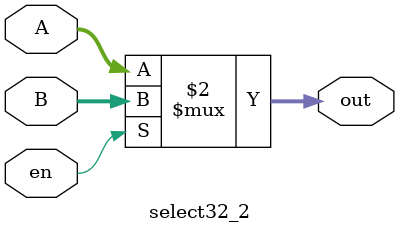
<source format=v>
`timescale 1ns / 1ps
module select32_2( 
	input en,
	input [31:0] A, B,	
	output [31:0] out
);
	assign out=(en==0)?A:B;
endmodule

</source>
